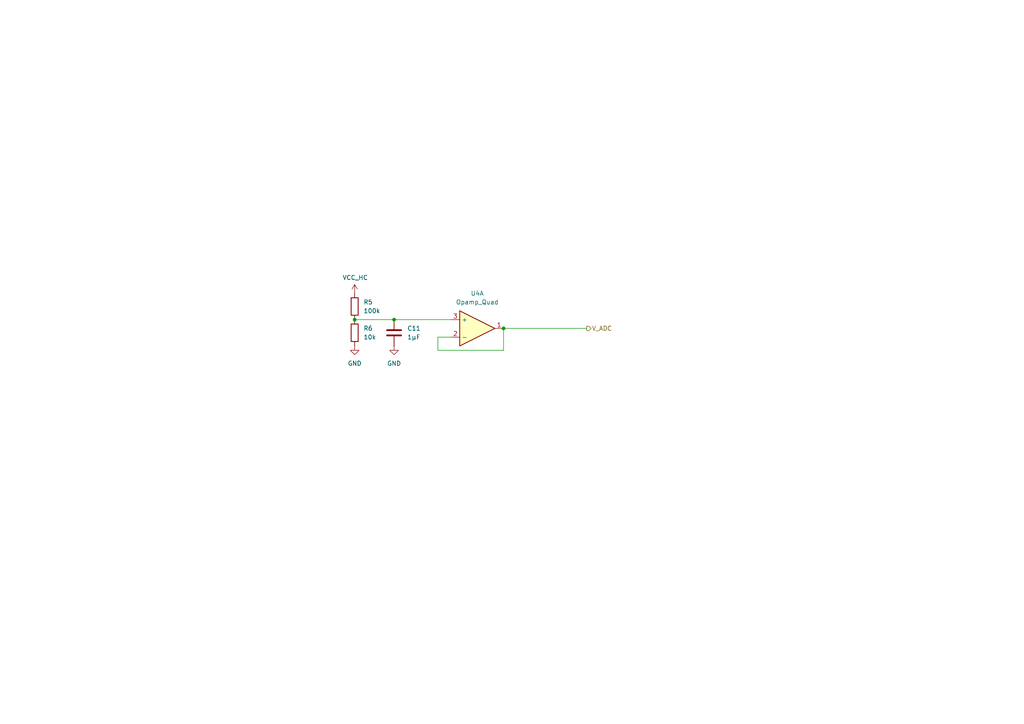
<source format=kicad_sch>
(kicad_sch (version 20250114) (generator "eeschema") (generator_version "9.0")
  (paper "A4")
  (lib_symbols
    (symbol "Device:C" (pin_numbers (hide yes)) (pin_names (offset 0.254))
      (property "Reference" "C" (at 0.635 2.54 0))
      (property "Value" "C" (at 0.635 -2.54 0))
      (symbol "C_0_1"
        (polyline (pts (xy -2.032 0.762) (xy 2.032 0.762)) (stroke (width 0.508)))
        (polyline (pts (xy -2.032 -0.762) (xy 2.032 -0.762)) (stroke (width 0.508)))
      )
      (symbol "C_1_1"
        (pin passive line (at 0 3.81 270) (length 2.794) (name "~") (number "1"))
        (pin passive line (at 0 -3.81 90) (length 2.794) (name "~") (number "2"))
      )
    )
    (symbol "Device:Opamp_Quad"
      (property "Reference" "U" (at 0 5.08 0))
      (property "Value" "Opamp_Quad" (at 0 -5.08 0))
      (symbol "Opamp_Quad_1_1"
        (polyline (pts (xy -5.08 5.08) (xy 5.08 0) (xy -5.08 -5.08) (xy -5.08 5.08)) (stroke (width 0.254)) (fill (type background)))
        (pin input line (at -7.62 2.54 0) (length 2.54) (name "+") (number "3"))
        (pin input line (at -7.62 -2.54 0) (length 2.54) (name "-") (number "2"))
        (pin output line (at 7.62 0 180) (length 2.54) (name "~") (number "1"))
      )
      (symbol "Opamp_Quad_2_1"
        (polyline (pts (xy -5.08 5.08) (xy 5.08 0) (xy -5.08 -5.08) (xy -5.08 5.08)) (stroke (width 0.254)) (fill (type background)))
        (pin input line (at -7.62 2.54 0) (length 2.54) (name "+") (number "5"))
        (pin input line (at -7.62 -2.54 0) (length 2.54) (name "-") (number "6"))
        (pin output line (at 7.62 0 180) (length 2.54) (name "~") (number "7"))
      )
      (symbol "Opamp_Quad_3_1"
        (polyline (pts (xy -5.08 5.08) (xy 5.08 0) (xy -5.08 -5.08) (xy -5.08 5.08)) (stroke (width 0.254)) (fill (type background)))
        (pin input line (at -7.62 2.54 0) (length 2.54) (name "+") (number "10"))
        (pin input line (at -7.62 -2.54 0) (length 2.54) (name "-") (number "9"))
        (pin output line (at 7.62 0 180) (length 2.54) (name "~") (number "8"))
      )
      (symbol "Opamp_Quad_4_1"
        (polyline (pts (xy -5.08 5.08) (xy 5.08 0) (xy -5.08 -5.08) (xy -5.08 5.08)) (stroke (width 0.254)) (fill (type background)))
        (pin input line (at -7.62 2.54 0) (length 2.54) (name "+") (number "12"))
        (pin input line (at -7.62 -2.54 0) (length 2.54) (name "-") (number "13"))
        (pin output line (at 7.62 0 180) (length 2.54) (name "~") (number "14"))
      )
      (symbol "Opamp_Quad_5_1"
        (pin power_in line (at -2.54 7.62 270) (length 3.81) (name "V+") (number "4"))
        (pin power_in line (at -2.54 -7.62 90) (length 3.81) (name "V-") (number "11"))
      )
    )
    (symbol "Device:R" (pin_numbers (hide yes)) (pin_names (offset 0))
      (property "Reference" "R" (at 2.032 0 90))
      (property "Value" "R" (at 0 0 90))
      (symbol "R_0_1"
        (rectangle (start -1.016 -2.54) (end 1.016 2.54) (stroke (width 0.254)))
      )
      (symbol "R_1_1"
        (pin passive line (at 0 3.81 270) (length 1.27) (name "~") (number "1"))
        (pin passive line (at 0 -3.81 90) (length 1.27) (name "~") (number "2"))
      )
    )
    (symbol "power:GND" (power) (pin_numbers (hide yes)) (pin_names (offset 0) (hide yes))
      (property "Value" "GND" (at 0 -3.81 0))
      (symbol "GND_0_1"
        (polyline (pts (xy 0 0) (xy 0 -1.27) (xy 1.27 -1.27) (xy 0 -2.54) (xy -1.27 -1.27) (xy 0 -1.27)))
      )
      (symbol "GND_1_1"
        (pin power_in line (at 0 0 270) (length 0) (name "~") (number "1"))
      )
    )
    (symbol "power:VCC" (power) (pin_numbers (hide yes)) (pin_names (offset 0) (hide yes))
      (property "Value" "VCC" (at 0 3.556 0))
      (symbol "VCC_0_1"
        (polyline (pts (xy -0.762 1.27) (xy 0 2.54)))
        (polyline (pts (xy 0 2.54) (xy 0.762 1.27)))
        (polyline (pts (xy 0 0) (xy 0 2.54)))
      )
      (symbol "VCC_1_1"
        (pin power_in line (at 0 0 90) (length 0) (name "~") (number "1"))
      )
    )
  )
  (junction (at 102.87 92.71))
  (junction (at 114.3 92.71))
  (junction (at 146.05 95.25))
  (wire (pts (xy 146.05 101.6) (xy 146.05 95.25)))
  (wire (pts (xy 102.87 92.71) (xy 114.3 92.71)))
  (wire (pts (xy 127 101.6) (xy 146.05 101.6)))
  (wire (pts (xy 130.81 97.79) (xy 127 97.79)))
  (wire (pts (xy 114.3 92.71) (xy 130.81 92.71)))
  (wire (pts (xy 127 97.79) (xy 127 101.6)))
  (wire (pts (xy 146.05 95.25) (xy 170.18 95.25)))
  (hierarchical_label "V_ADC" (shape output) (at 170.18 95.25 0))
  (symbol (lib_id "power:VCC") (at 102.87 85.09 0) (unit 1)
    (property "Reference" "#PWR017" (effects (hide yes)))
    (property "Value" "VCC_HC" (at 99.314 80.518 0) (effects (justify left)))
    (property "Description" "Power symbol creates a global label with name \"VCC\"" (effects (hide yes)))
  )
  (symbol (lib_id "Device:Opamp_Quad") (at 138.43 95.25 0) (unit 1)
    (property "Reference" "U4" (at 138.43 85.09 0))
    (property "Value" "Opamp_Quad" (at 138.43 87.63 0))
    (property "Footprint" "Package_SO:TSSOP-14_4.4x5mm_P0.65mm" (effects (hide yes)))
    (property "Description" "Quad operational amplifier" (effects (hide yes)))
    (property "Sim.Library" "${KICAD7_SYMBOL_DIR}/Simulation_SPICE.sp" (effects (hide yes)))
    (property "Sim.Name" "kicad_builtin_opamp_quad" (effects (hide yes)))
    (property "Sim.Device" "SUBCKT" (effects (hide yes)))
    (property "Sim.Pins" "1=out1 2=in1- 3=in1+ 4=vcc 5=in2+ 6=in2- 7=out2 8=out3 9=in3- 10=in3+ 11=vee 12=in4+ 13=in4- 14=out4" (effects (hide yes)))
  )
  (symbol (lib_id "power:GND") (at 114.3 100.33 0) (unit 1)
    (property "Reference" "#PWR019" (effects (hide yes)))
    (property "Value" "GND" (at 114.3 105.41 0))
    (property "Description" "Power symbol creates a global label with name \"GND\" , ground" (effects (hide yes)))
  )
  (symbol (lib_id "Device:R") (at 102.87 96.52 0) (unit 1)
    (property "Reference" "R6" (at 105.41 95.2499 0) (effects (justify left)))
    (property "Value" "10k" (at 105.41 97.7899 0) (effects (justify left)))
    (property "Footprint" "Resistor_SMD:R_0402_1005Metric" (effects (hide yes)))
    (property "Description" "Resistor" (effects (hide yes)))
  )
  (symbol (lib_id "power:GND") (at 102.87 100.33 0) (unit 1)
    (property "Reference" "#PWR016" (effects (hide yes)))
    (property "Value" "GND" (at 102.87 105.41 0))
    (property "Description" "Power symbol creates a global label with name \"GND\" , ground" (effects (hide yes)))
  )
  (symbol (lib_id "Device:R") (at 102.87 88.9 0) (unit 1)
    (property "Reference" "R5" (at 105.41 87.6299 0) (effects (justify left)))
    (property "Value" "100k" (at 105.41 90.1699 0) (effects (justify left)))
    (property "Footprint" "Resistor_SMD:R_0402_1005Metric" (effects (hide yes)))
    (property "Description" "Resistor" (effects (hide yes)))
  )
  (symbol (lib_id "Device:C") (at 114.3 96.52 180) (unit 1)
    (property "Reference" "C11" (at 118.11 95.2499 0) (effects (justify right)))
    (property "Value" "1µF" (at 118.11 97.7899 0) (effects (justify right)))
    (property "Footprint" "Capacitor_SMD:C_0402_1005Metric" (effects (hide yes)))
    (property "Description" "Unpolarized capacitor" (effects (hide yes)))
  )
)
</source>
